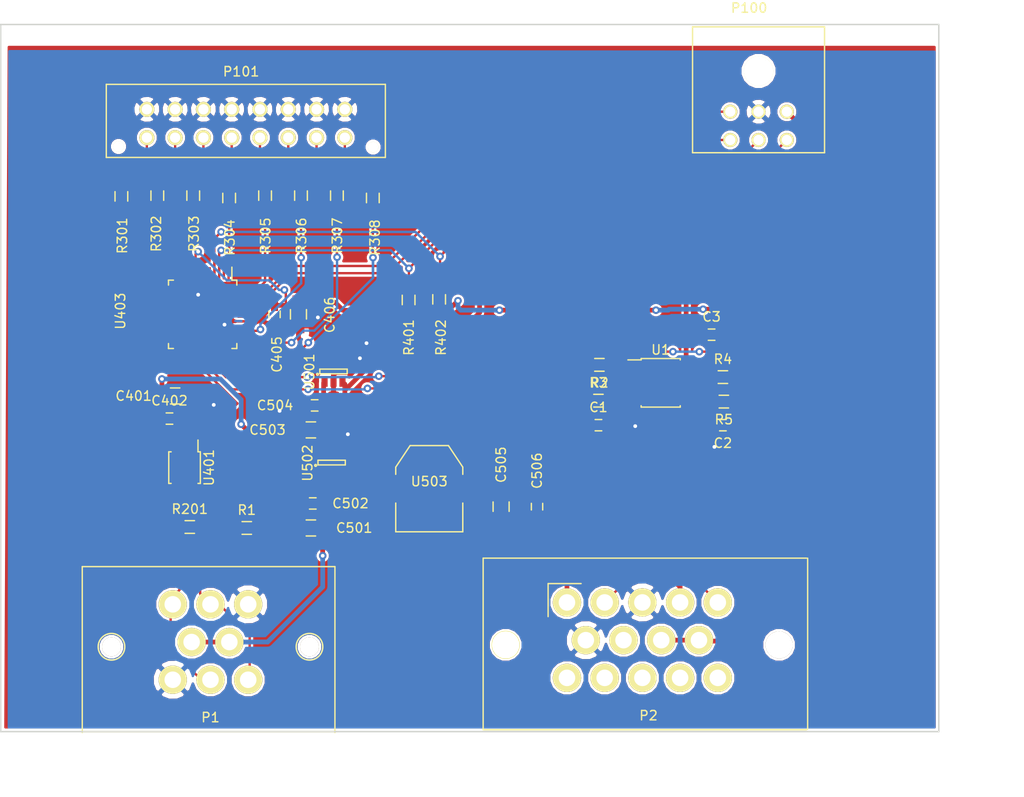
<source format=kicad_pcb>
(kicad_pcb (version 4) (host pcbnew 4.0.1-stable)
  (layers (0 F.Cu signal) (31 B.Cu signal hide) (34 B.Paste user) (35 F.Paste user) (36 B.SilkS user) (37 F.SilkS user) (38 B.Mask user) (39 F.Mask user) (44 Edge.Cuts user))
  (net 0 "")
  (net 1 "Net-(P101-Pad10)")
  (net 2 "Net-(P101-Pad12)")
  (net 3 "Net-(P101-Pad14)")
  (net 4 "Net-(P101-Pad16)")
  (net 5 GND)
  (net 6 +3V3)
  (net 7 /BACK_PANEL/CANH)
  (net 8 /FRONT_PANEL/MCU_RESET_N)
  (net 9 /FRONT_PANEL/MCU_PROG_N)
  (net 10 /FRONT_PANEL/RXD)
  (net 11 /FRONT_PANEL/TXD)
  (net 12 /FRONT_PANEL/LED0)
  (net 13 /FRONT_PANEL/LED2)
  (net 14 /FRONT_PANEL/LED4)
  (net 15 /FRONT_PANEL/LED6)
  (net 16 /FRONT_PANEL/LED1)
  (net 17 /FRONT_PANEL/LED3)
  (net 18 /FRONT_PANEL/LED5)
  (net 19 /FRONT_PANEL/LED7)
  (net 20 /Micro_Controller/PIO0_1)
  (net 21 "Net-(U403-Pad6)")
  (net 22 "Net-(U403-Pad7)")
  (net 23 "Net-(U403-Pad10)")
  (net 24 /Micro_Controller/PIO2_1)
  (net 25 /Micro_Controller/PIO0_3)
  (net 26 /Micro_Controller/PIO0_4)
  (net 27 /Micro_Controller/PIO0_5)
  (net 28 /Micro_Controller/PIO1_9)
  (net 29 /Micro_Controller/PIO2_4)
  (net 30 "Net-(U403-Pad21)")
  (net 31 "Net-(U403-Pad22)")
  (net 32 "Net-(U403-Pad23)")
  (net 33 "Net-(U403-Pad24)")
  (net 34 "Net-(U403-Pad25)")
  (net 35 /Micro_Controller/PIO2_2)
  (net 36 "Net-(U403-Pad27)")
  (net 37 "Net-(U403-Pad28)")
  (net 38 "Net-(U403-Pad29)")
  (net 39 /Micro_Controller/PIO1_10)
  (net 40 "Net-(U403-Pad31)")
  (net 41 /Micro_Controller/PIO1_1)
  (net 42 /Micro_Controller/PIO1_2)
  (net 43 /Micro_Controller/PIO2_3)
  (net 44 /Micro_Controller/PIO1_4)
  (net 45 /Micro_Controller/PIO1_11)
  (net 46 /Micro_Controller/PIO1_5)
  (net 47 "Net-(U501-Pad4)")
  (net 48 "Net-(P101-Pad9)")
  (net 49 "Net-(P101-Pad11)")
  (net 50 "Net-(P101-Pad13)")
  (net 51 "Net-(P101-Pad15)")
  (net 52 +5V)
  (net 53 /BACK_PANEL/CANL)
  (net 54 /Micro_Controller/CAN_RXD)
  (net 55 /Micro_Controller/CAN_TXD)
  (net 56 /Micro_Controller/PIO3_2)
  (net 57 +12V)
  (net 58 "Net-(U502-Pad4)")
  (net 59 "Net-(R1-Pad1)")
  (net 60 "Net-(U401-Pad5)")
  (net 61 VCC)
  (net 62 "Net-(P2-Pad14)")
  (net 63 "Net-(P2-Pad13)")
  (net 64 "Net-(P2-Pad12)")
  (net 65 "Net-(P2-Pad11)")
  (net 66 "Net-(P2-Pad10)")
  (net 67 "Net-(P2-Pad7)")
  (net 68 /Micro_Controller/TPS1_3.3V)
  (net 69 /Micro_Controller/TPS2_3.3V)
  (net 70 "Net-(R2-Pad1)")
  (net 71 "Net-(R4-Pad1)")
  (net 72 /BACK_PANEL/TPS1_5V)
  (net 73 /BACK_PANEL/TPS2_5V)
  (module Connectors_Molex:Connector_Microfit3_Header_02x03_Angled_43045-060x (layer F.Cu) (at 179.88 62.25 180)
    (fp_text reference P100 (at -2 11 180) (layer F.SilkS))
    (fp_text value ISP)
    (pad 1 thru_hole circle (at 0 0 180) (size 1.5 1.5) (drill 1.1) (layers *.Cu *.Mask F.SilkS) (net 11 /FRONT_PANEL/TXD))
    (pad 4 thru_hole circle (at 0 -3 180) (size 1.5 1.5) (drill 1.1) (layers *.Cu *.Mask F.SilkS) (net 10 /FRONT_PANEL/RXD))
    (pad 5 thru_hole circle (at -3 -3 180) (size 1.5 1.5) (drill 1.1) (layers *.Cu *.Mask F.SilkS) (net 8 /FRONT_PANEL/MCU_RESET_N))
    (pad 2 thru_hole circle (at -3 0 180) (size 1.5 1.5) (drill 1.1) (layers *.Cu *.Mask F.SilkS) (net 5 GND))
    (pad 6 thru_hole circle (at -6 -3 180) (size 1.5 1.5) (drill 1.1) (layers *.Cu *.Mask F.SilkS) (net 9 /FRONT_PANEL/MCU_PROG_N))
    (pad 3 thru_hole circle (at -6 0 180) (size 1.5 1.5) (drill 1.1) (layers *.Cu *.Mask F.SilkS) (net 52 +5V))
    (pad "" np_thru_hole circle (at -3 4.32 180) (size 3.1 3.1) (drill 3.1) (layers *.Cu *.Mask F.SilkS))
  )
  (module MITEVT_AUTOMOTIVECON:776280-1 (layer F.Cu) (at 120.75 122.5)
    (fp_text reference P1 (at 4 4) (layer F.SilkS))
    (fp_text value CANCONNECTOR)
    (pad 6 thru_hole circle (at 0 0) (size 3 3) (drill 1.75) (layers *.Cu *.Mask F.SilkS) (net 5 GND))
    (pad 1 thru_hole circle (at 0 -8) (size 3 3) (drill 1.75) (layers *.Cu *.Mask F.SilkS) (net 53 /BACK_PANEL/CANL))
    (pad 2 thru_hole circle (at 4 -8) (size 3 3) (drill 1.75) (layers *.Cu *.Mask F.SilkS) (net 7 /BACK_PANEL/CANH))
    (pad 3 thru_hole circle (at 8 -8) (size 3 3) (drill 1.75) (layers *.Cu *.Mask F.SilkS) (net 5 GND))
    (pad 7 thru_hole circle (at 4 0) (size 3 3) (drill 1.75) (layers *.Cu *.Mask F.SilkS) (net 53 /BACK_PANEL/CANL))
    (pad 8 thru_hole circle (at 8 0) (size 3 3) (drill 1.75) (layers *.Cu *.Mask F.SilkS) (net 7 /BACK_PANEL/CANH))
    (pad 5 thru_hole circle (at 6 -4) (size 3 3) (drill 1.75) (layers *.Cu *.Mask F.SilkS) (net 57 +12V))
    (pad 4 thru_hole circle (at 2 -4) (size 3 3) (drill 1.75) (layers *.Cu *.Mask F.SilkS) (net 57 +12V))
    (pad 9 thru_hole circle (at -6.5 -3.5) (size 2 2) (drill 2) (layers *.Cu *.Mask F.SilkS))
    (pad 10 thru_hole circle (at 14.5 -3.5) (size 2 2) (drill 2) (layers *.Cu *.Mask F.SilkS))
  )
  (module Capacitors_SMD:C_0805_HandSoldering (layer F.Cu) (at 121 92.4)
    (fp_text reference C401 (at -4.4 0) (layer F.SilkS))
    (fp_text value 10uF)
    (pad 1 smd rect (at -1.25 0) (size 1.5 1.25) (layers F.Cu F.Paste F.Mask) (net 52 +5V))
    (pad 2 smd rect (at 1.25 0) (size 1.5 1.25) (layers F.Cu F.Paste F.Mask) (net 5 GND))
  )
  (module Capacitors_SMD:C_0603_HandSoldering (layer F.Cu) (at 131.54 83.74 270)
    (fp_text reference C405 (at 4.26 -0.26 270) (layer F.SilkS))
    (fp_text value 0.1uF)
    (pad 1 smd rect (at -0.95 0 270) (size 1.2 0.75) (layers F.Cu F.Paste F.Mask) (net 6 +3V3))
    (pad 2 smd rect (at 0.95 0 270) (size 1.2 0.75) (layers F.Cu F.Paste F.Mask) (net 5 GND))
  )
  (module Capacitors_SMD:C_0805_HandSoldering (layer F.Cu) (at 134.08 83.74 270)
    (fp_text reference C406 (at 0.06 -3.32 270) (layer F.SilkS))
    (fp_text value 10uF)
    (pad 1 smd rect (at -1.25 0 270) (size 1.5 1.25) (layers F.Cu F.Paste F.Mask) (net 6 +3V3))
    (pad 2 smd rect (at 1.25 0 270) (size 1.5 1.25) (layers F.Cu F.Paste F.Mask) (net 5 GND))
  )
  (module Resistors_SMD:R_0603_HandSoldering (layer F.Cu) (at 122.555 106.299)
    (fp_text reference R201 (at 0 -1.9) (layer F.SilkS))
    (fp_text value R)
    (pad 1 smd rect (at -1.1 0) (size 1.2 0.9) (layers F.Cu F.Paste F.Mask) (net 53 /BACK_PANEL/CANL))
    (pad 2 smd rect (at 1.1 0) (size 1.2 0.9) (layers F.Cu F.Paste F.Mask) (net 7 /BACK_PANEL/CANH))
  )
  (module Resistors_SMD:R_0603_HandSoldering (layer F.Cu) (at 115.3 71.23 90)
    (fp_text reference R301 (at -4.17 0.1 90) (layer F.SilkS))
    (fp_text value 100)
    (pad 1 smd rect (at -1.1 0 90) (size 1.2 0.9) (layers F.Cu F.Paste F.Mask) (net 12 /FRONT_PANEL/LED0))
    (pad 2 smd rect (at 1.1 0 90) (size 1.2 0.9) (layers F.Cu F.Paste F.Mask) (net 48 "Net-(P101-Pad9)"))
  )
  (module Resistors_SMD:R_0603_HandSoldering (layer F.Cu) (at 119.11 71.15 270)
    (fp_text reference R302 (at 4.05 0.11 270) (layer F.SilkS))
    (fp_text value 100)
    (pad 1 smd rect (at -1.1 0 270) (size 1.2 0.9) (layers F.Cu F.Paste F.Mask) (net 1 "Net-(P101-Pad10)"))
    (pad 2 smd rect (at 1.1 0 270) (size 1.2 0.9) (layers F.Cu F.Paste F.Mask) (net 16 /FRONT_PANEL/LED1))
  )
  (module Resistors_SMD:R_0603_HandSoldering (layer F.Cu) (at 122.92 71.15 270)
    (fp_text reference R303 (at 4.05 -0.08 270) (layer F.SilkS))
    (fp_text value 100)
    (pad 1 smd rect (at -1.1 0 270) (size 1.2 0.9) (layers F.Cu F.Paste F.Mask) (net 49 "Net-(P101-Pad11)"))
    (pad 2 smd rect (at 1.1 0 270) (size 1.2 0.9) (layers F.Cu F.Paste F.Mask) (net 13 /FRONT_PANEL/LED2))
  )
  (module Resistors_SMD:R_0603_HandSoldering (layer F.Cu) (at 126.73 71.4 90)
    (fp_text reference R304 (at -4.2 0.07 90) (layer F.SilkS))
    (fp_text value 100)
    (pad 1 smd rect (at -1.1 0 90) (size 1.2 0.9) (layers F.Cu F.Paste F.Mask) (net 17 /FRONT_PANEL/LED3))
    (pad 2 smd rect (at 1.1 0 90) (size 1.2 0.9) (layers F.Cu F.Paste F.Mask) (net 2 "Net-(P101-Pad12)"))
  )
  (module Resistors_SMD:R_0603_HandSoldering (layer F.Cu) (at 130.54 71.15 270)
    (fp_text reference R305 (at 4.25 -0.06 270) (layer F.SilkS))
    (fp_text value 100)
    (pad 1 smd rect (at -1.1 0 270) (size 1.2 0.9) (layers F.Cu F.Paste F.Mask) (net 50 "Net-(P101-Pad13)"))
    (pad 2 smd rect (at 1.1 0 270) (size 1.2 0.9) (layers F.Cu F.Paste F.Mask) (net 14 /FRONT_PANEL/LED4))
  )
  (module Resistors_SMD:R_0603_HandSoldering (layer F.Cu) (at 134.35 71.15 90)
    (fp_text reference R306 (at -4.25 0.05 90) (layer F.SilkS))
    (fp_text value 100)
    (pad 1 smd rect (at -1.1 0 90) (size 1.2 0.9) (layers F.Cu F.Paste F.Mask) (net 18 /FRONT_PANEL/LED5))
    (pad 2 smd rect (at 1.1 0 90) (size 1.2 0.9) (layers F.Cu F.Paste F.Mask) (net 3 "Net-(P101-Pad14)"))
  )
  (module Resistors_SMD:R_0603_HandSoldering (layer F.Cu) (at 138.16 71.15 270)
    (fp_text reference R307 (at 4.25 -0.04 270) (layer F.SilkS))
    (fp_text value 100)
    (pad 1 smd rect (at -1.1 0 270) (size 1.2 0.9) (layers F.Cu F.Paste F.Mask) (net 51 "Net-(P101-Pad15)"))
    (pad 2 smd rect (at 1.1 0 270) (size 1.2 0.9) (layers F.Cu F.Paste F.Mask) (net 15 /FRONT_PANEL/LED6))
  )
  (module Resistors_SMD:R_0603_HandSoldering (layer F.Cu) (at 141.97 71.4 90)
    (fp_text reference R308 (at -4.2 0.23 90) (layer F.SilkS))
    (fp_text value 100)
    (pad 1 smd rect (at -1.1 0 90) (size 1.2 0.9) (layers F.Cu F.Paste F.Mask) (net 19 /FRONT_PANEL/LED7))
    (pad 2 smd rect (at 1.1 0 90) (size 1.2 0.9) (layers F.Cu F.Paste F.Mask) (net 4 "Net-(P101-Pad16)"))
  )
  (module Resistors_SMD:R_0603_HandSoldering (layer F.Cu) (at 145.764 82.216 90)
    (fp_text reference R401 (at -3.984 0.036 90) (layer F.SilkS))
    (fp_text value 10k)
    (pad 1 smd rect (at -1.1 0 90) (size 1.2 0.9) (layers F.Cu F.Paste F.Mask) (net 6 +3V3))
    (pad 2 smd rect (at 1.1 0 90) (size 1.2 0.9) (layers F.Cu F.Paste F.Mask) (net 8 /FRONT_PANEL/MCU_RESET_N))
  )
  (module Resistors_SMD:R_0603_HandSoldering (layer F.Cu) (at 149.0025 82.1525 90)
    (fp_text reference R402 (at -4.0475 0.1975 90) (layer F.SilkS))
    (fp_text value 10k)
    (pad 1 smd rect (at -1.1 0 90) (size 1.2 0.9) (layers F.Cu F.Paste F.Mask) (net 6 +3V3))
    (pad 2 smd rect (at 1.1 0 90) (size 1.2 0.9) (layers F.Cu F.Paste F.Mask) (net 9 /FRONT_PANEL/MCU_PROG_N))
  )
  (module Housings_SSOP:MSOP-8_3x3mm_Pitch0.65mm (layer F.Cu) (at 122 100 270)
    (fp_text reference U401 (at 0 -2.6 270) (layer F.SilkS))
    (fp_text value MCP2551-I/SN)
    (pad 1 smd rect (at -2.2 -0.975 270) (size 1.45 0.45) (layers F.Cu F.Paste F.Mask) (net 55 /Micro_Controller/CAN_TXD))
    (pad 2 smd rect (at -2.2 -0.325 270) (size 1.45 0.45) (layers F.Cu F.Paste F.Mask) (net 5 GND))
    (pad 3 smd rect (at -2.2 0.325 270) (size 1.45 0.45) (layers F.Cu F.Paste F.Mask) (net 52 +5V))
    (pad 4 smd rect (at -2.2 0.975 270) (size 1.45 0.45) (layers F.Cu F.Paste F.Mask) (net 54 /Micro_Controller/CAN_RXD))
    (pad 5 smd rect (at 2.2 0.975 270) (size 1.45 0.45) (layers F.Cu F.Paste F.Mask) (net 60 "Net-(U401-Pad5)"))
    (pad 6 smd rect (at 2.2 0.325 270) (size 1.45 0.45) (layers F.Cu F.Paste F.Mask) (net 53 /BACK_PANEL/CANL))
    (pad 7 smd rect (at 2.2 -0.325 270) (size 1.45 0.45) (layers F.Cu F.Paste F.Mask) (net 7 /BACK_PANEL/CANH))
    (pad 8 smd rect (at 2.2 -0.975 270) (size 1.45 0.45) (layers F.Cu F.Paste F.Mask) (net 59 "Net-(R1-Pad1)"))
  )
  (module Housings_QFP:LQFP-48_7x7mm_Pitch0.5mm (layer F.Cu) (at 123.92 83.74 270)
    (fp_text reference U403 (at -0.34 8.72 270) (layer F.SilkS))
    (fp_text value LPC11C14)
    (pad 1 smd rect (at -4.35 -2.75 270) (size 1.3 0.25) (layers F.Cu F.Paste F.Mask) (net 17 /FRONT_PANEL/LED3))
    (pad 2 smd rect (at -4.35 -2.25 270) (size 1.3 0.25) (layers F.Cu F.Paste F.Mask) (net 20 /Micro_Controller/PIO0_1))
    (pad 3 smd rect (at -4.35 -1.75 270) (size 1.3 0.25) (layers F.Cu F.Paste F.Mask) (net 8 /FRONT_PANEL/MCU_RESET_N))
    (pad 4 smd rect (at -4.35 -1.25 270) (size 1.3 0.25) (layers F.Cu F.Paste F.Mask) (net 9 /FRONT_PANEL/MCU_PROG_N))
    (pad 5 smd rect (at -4.35 -0.75 270) (size 1.3 0.25) (layers F.Cu F.Paste F.Mask) (net 5 GND))
    (pad 6 smd rect (at -4.35 -0.25 270) (size 1.3 0.25) (layers F.Cu F.Paste F.Mask) (net 21 "Net-(U403-Pad6)"))
    (pad 7 smd rect (at -4.35 0.25 270) (size 1.3 0.25) (layers F.Cu F.Paste F.Mask) (net 22 "Net-(U403-Pad7)"))
    (pad 8 smd rect (at -4.35 0.75 270) (size 1.3 0.25) (layers F.Cu F.Paste F.Mask) (net 6 +3V3))
    (pad 9 smd rect (at -4.35 1.25 270) (size 1.3 0.25) (layers F.Cu F.Paste F.Mask) (net 13 /FRONT_PANEL/LED2))
    (pad 10 smd rect (at -4.35 1.75 270) (size 1.3 0.25) (layers F.Cu F.Paste F.Mask) (net 23 "Net-(U403-Pad10)"))
    (pad 11 smd rect (at -4.35 2.25 270) (size 1.3 0.25) (layers F.Cu F.Paste F.Mask) (net 16 /FRONT_PANEL/LED1))
    (pad 12 smd rect (at -4.35 2.75 270) (size 1.3 0.25) (layers F.Cu F.Paste F.Mask) (net 12 /FRONT_PANEL/LED0))
    (pad 13 smd rect (at -2.75 4.35) (size 1.3 0.25) (layers F.Cu F.Paste F.Mask) (net 24 /Micro_Controller/PIO2_1))
    (pad 14 smd rect (at -2.25 4.35) (size 1.3 0.25) (layers F.Cu F.Paste F.Mask) (net 25 /Micro_Controller/PIO0_3))
    (pad 15 smd rect (at -1.75 4.35) (size 1.3 0.25) (layers F.Cu F.Paste F.Mask) (net 26 /Micro_Controller/PIO0_4))
    (pad 16 smd rect (at -1.25 4.35) (size 1.3 0.25) (layers F.Cu F.Paste F.Mask) (net 27 /Micro_Controller/PIO0_5))
    (pad 17 smd rect (at -0.75 4.35) (size 1.3 0.25) (layers F.Cu F.Paste F.Mask) (net 28 /Micro_Controller/PIO1_9))
    (pad 18 smd rect (at -0.25 4.35) (size 1.3 0.25) (layers F.Cu F.Paste F.Mask) (net 29 /Micro_Controller/PIO2_4))
    (pad 19 smd rect (at 0.25 4.35) (size 1.3 0.25) (layers F.Cu F.Paste F.Mask) (net 54 /Micro_Controller/CAN_RXD))
    (pad 20 smd rect (at 0.75 4.35) (size 1.3 0.25) (layers F.Cu F.Paste F.Mask) (net 55 /Micro_Controller/CAN_TXD))
    (pad 21 smd rect (at 1.25 4.35) (size 1.3 0.25) (layers F.Cu F.Paste F.Mask) (net 30 "Net-(U403-Pad21)"))
    (pad 22 smd rect (at 1.75 4.35) (size 1.3 0.25) (layers F.Cu F.Paste F.Mask) (net 31 "Net-(U403-Pad22)"))
    (pad 23 smd rect (at 2.25 4.35) (size 1.3 0.25) (layers F.Cu F.Paste F.Mask) (net 32 "Net-(U403-Pad23)"))
    (pad 24 smd rect (at 2.75 4.35) (size 1.3 0.25) (layers F.Cu F.Paste F.Mask) (net 33 "Net-(U403-Pad24)"))
    (pad 25 smd rect (at 4.35 2.75 270) (size 1.3 0.25) (layers F.Cu F.Paste F.Mask) (net 34 "Net-(U403-Pad25)"))
    (pad 26 smd rect (at 4.35 2.25 270) (size 1.3 0.25) (layers F.Cu F.Paste F.Mask) (net 35 /Micro_Controller/PIO2_2))
    (pad 27 smd rect (at 4.35 1.75 270) (size 1.3 0.25) (layers F.Cu F.Paste F.Mask) (net 36 "Net-(U403-Pad27)"))
    (pad 28 smd rect (at 4.35 1.25 270) (size 1.3 0.25) (layers F.Cu F.Paste F.Mask) (net 37 "Net-(U403-Pad28)"))
    (pad 29 smd rect (at 4.35 0.75 270) (size 1.3 0.25) (layers F.Cu F.Paste F.Mask) (net 38 "Net-(U403-Pad29)"))
    (pad 30 smd rect (at 4.35 0.25 270) (size 1.3 0.25) (layers F.Cu F.Paste F.Mask) (net 39 /Micro_Controller/PIO1_10))
    (pad 31 smd rect (at 4.35 -0.25 270) (size 1.3 0.25) (layers F.Cu F.Paste F.Mask) (net 40 "Net-(U403-Pad31)"))
    (pad 32 smd rect (at 4.35 -0.75 270) (size 1.3 0.25) (layers F.Cu F.Paste F.Mask) (net 68 /Micro_Controller/TPS1_3.3V))
    (pad 33 smd rect (at 4.35 -1.25 270) (size 1.3 0.25) (layers F.Cu F.Paste F.Mask) (net 69 /Micro_Controller/TPS2_3.3V))
    (pad 34 smd rect (at 4.35 -1.75 270) (size 1.3 0.25) (layers F.Cu F.Paste F.Mask) (net 41 /Micro_Controller/PIO1_1))
    (pad 35 smd rect (at 4.35 -2.25 270) (size 1.3 0.25) (layers F.Cu F.Paste F.Mask) (net 42 /Micro_Controller/PIO1_2))
    (pad 36 smd rect (at 4.35 -2.75 270) (size 1.3 0.25) (layers F.Cu F.Paste F.Mask) (net 19 /FRONT_PANEL/LED7))
    (pad 37 smd rect (at 2.75 -4.35) (size 1.3 0.25) (layers F.Cu F.Paste F.Mask) (net 15 /FRONT_PANEL/LED6))
    (pad 38 smd rect (at 2.25 -4.35) (size 1.3 0.25) (layers F.Cu F.Paste F.Mask) (net 43 /Micro_Controller/PIO2_3))
    (pad 39 smd rect (at 1.75 -4.35) (size 1.3 0.25) (layers F.Cu F.Paste F.Mask) (net 18 /FRONT_PANEL/LED5))
    (pad 40 smd rect (at 1.25 -4.35) (size 1.3 0.25) (layers F.Cu F.Paste F.Mask) (net 44 /Micro_Controller/PIO1_4))
    (pad 41 smd rect (at 0.75 -4.35) (size 1.3 0.25) (layers F.Cu F.Paste F.Mask) (net 5 GND))
    (pad 42 smd rect (at 0.25 -4.35) (size 1.3 0.25) (layers F.Cu F.Paste F.Mask) (net 45 /Micro_Controller/PIO1_11))
    (pad 43 smd rect (at -0.25 -4.35) (size 1.3 0.25) (layers F.Cu F.Paste F.Mask) (net 56 /Micro_Controller/PIO3_2))
    (pad 44 smd rect (at -0.75 -4.35) (size 1.3 0.25) (layers F.Cu F.Paste F.Mask) (net 6 +3V3))
    (pad 45 smd rect (at -1.25 -4.35) (size 1.3 0.25) (layers F.Cu F.Paste F.Mask) (net 46 /Micro_Controller/PIO1_5))
    (pad 46 smd rect (at -1.75 -4.35) (size 1.3 0.25) (layers F.Cu F.Paste F.Mask) (net 10 /FRONT_PANEL/RXD))
    (pad 47 smd rect (at -2.25 -4.35) (size 1.3 0.25) (layers F.Cu F.Paste F.Mask) (net 11 /FRONT_PANEL/TXD))
    (pad 48 smd rect (at -2.75 -4.35) (size 1.3 0.25) (layers F.Cu F.Paste F.Mask) (net 14 /FRONT_PANEL/LED4))
  )
  (module Housings_SOT-23_SOT-143_TSOT-6:SOT-23-5 (layer F.Cu) (at 137.8 89.8 90)
    (fp_text reference U501 (at -0.05 -2.55 90) (layer F.SilkS))
    (fp_text value MCP1755-33)
    (pad 1 smd rect (at -1.1 -0.95 90) (size 1.06 0.65) (layers F.Cu F.Paste F.Mask) (net 52 +5V))
    (pad 2 smd rect (at -1.1 0 90) (size 1.06 0.65) (layers F.Cu F.Paste F.Mask) (net 5 GND))
    (pad 3 smd rect (at -1.1 0.95 90) (size 1.06 0.65) (layers F.Cu F.Paste F.Mask) (net 52 +5V))
    (pad 4 smd rect (at 1.1 0.95 90) (size 1.06 0.65) (layers F.Cu F.Paste F.Mask) (net 47 "Net-(U501-Pad4)"))
    (pad 5 smd rect (at 1.1 -0.95 90) (size 1.06 0.65) (layers F.Cu F.Paste F.Mask) (net 6 +3V3))
  )
  (module Housings_SOT-23_SOT-143_TSOT-6:SOT-23-5 (layer F.Cu) (at 137.602 99.465 90)
    (fp_text reference U502 (at -0.05 -2.55 90) (layer F.SilkS))
    (fp_text value MCP1755-5)
    (pad 1 smd rect (at -1.1 -0.95 90) (size 1.06 0.65) (layers F.Cu F.Paste F.Mask) (net 57 +12V))
    (pad 2 smd rect (at -1.1 0 90) (size 1.06 0.65) (layers F.Cu F.Paste F.Mask) (net 5 GND))
    (pad 3 smd rect (at -1.1 0.95 90) (size 1.06 0.65) (layers F.Cu F.Paste F.Mask) (net 57 +12V))
    (pad 4 smd rect (at 1.1 0.95 90) (size 1.06 0.65) (layers F.Cu F.Paste F.Mask) (net 58 "Net-(U502-Pad4)"))
    (pad 5 smd rect (at 1.1 -0.95 90) (size 1.06 0.65) (layers F.Cu F.Paste F.Mask) (net 52 +5V))
  )
  (module Resistors_SMD:R_0603_HandSoldering (layer F.Cu) (at 128.6 106.4)
    (fp_text reference R1 (at 0 -1.9) (layer F.SilkS))
    (fp_text value 20k)
    (pad 1 smd rect (at -1.1 0) (size 1.2 0.9) (layers F.Cu F.Paste F.Mask) (net 59 "Net-(R1-Pad1)"))
    (pad 2 smd rect (at 1.1 0) (size 1.2 0.9) (layers F.Cu F.Paste F.Mask) (net 5 GND))
  )
  (module Capacitors_SMD:C_0805_HandSoldering (layer F.Cu) (at 135.4 106.4)
    (fp_text reference C501 (at 4.6 0) (layer F.SilkS))
    (fp_text value 10μ)
    (pad 1 smd rect (at -1.25 0) (size 1.5 1.25) (layers F.Cu F.Paste F.Mask) (net 5 GND))
    (pad 2 smd rect (at 1.25 0) (size 1.5 1.25) (layers F.Cu F.Paste F.Mask) (net 57 +12V))
  )
  (module Capacitors_SMD:C_0603_HandSoldering (layer F.Cu) (at 135.6 103.8 180)
    (fp_text reference C502 (at -4 0 180) (layer F.SilkS))
    (fp_text value .1μ)
    (pad 1 smd rect (at -0.95 0 180) (size 1.2 0.75) (layers F.Cu F.Paste F.Mask) (net 57 +12V))
    (pad 2 smd rect (at 0.95 0 180) (size 1.2 0.75) (layers F.Cu F.Paste F.Mask) (net 5 GND))
  )
  (module Capacitors_SMD:C_0805_HandSoldering (layer F.Cu) (at 135.4 96 180)
    (fp_text reference C503 (at 4.6 0 180) (layer F.SilkS))
    (fp_text value 10μ)
    (pad 1 smd rect (at -1.25 0 180) (size 1.5 1.25) (layers F.Cu F.Paste F.Mask) (net 52 +5V))
    (pad 2 smd rect (at 1.25 0 180) (size 1.5 1.25) (layers F.Cu F.Paste F.Mask) (net 5 GND))
  )
  (module Capacitors_SMD:C_0603_HandSoldering (layer F.Cu) (at 135.8 93.4 180)
    (fp_text reference C504 (at 4.2 0 180) (layer F.SilkS))
    (fp_text value .1μ)
    (pad 1 smd rect (at -0.95 0 180) (size 1.2 0.75) (layers F.Cu F.Paste F.Mask) (net 52 +5V))
    (pad 2 smd rect (at 0.95 0 180) (size 1.2 0.75) (layers F.Cu F.Paste F.Mask) (net 5 GND))
  )
  (module TO_SOT_Packages_SMD:SOT-223 (layer F.Cu) (at 147.955 102.235)
    (fp_text reference U503 (at 0 -0.762 180) (layer F.SilkS))
    (fp_text value Zsr1000gta)
    (pad 4 smd rect (at 0 -3.302) (size 3.6576 2.032) (layers F.Cu F.Paste F.Mask) (net 5 GND))
    (pad 2 smd rect (at 0 3.302) (size 1.016 2.032) (layers F.Cu F.Paste F.Mask) (net 5 GND))
    (pad 3 smd rect (at 2.286 3.302) (size 1.016 2.032) (layers F.Cu F.Paste F.Mask) (net 61 VCC))
    (pad 1 smd rect (at -2.286 3.302) (size 1.016 2.032) (layers F.Cu F.Paste F.Mask) (net 57 +12V))
  )
  (module Capacitors_SMD:C_0805_HandSoldering (layer F.Cu) (at 155.575 104.14 270)
    (fp_text reference C505 (at -4.445 0 270) (layer F.SilkS))
    (fp_text value 10μ)
    (pad 1 smd rect (at -1.25 0 270) (size 1.5 1.25) (layers F.Cu F.Paste F.Mask) (net 5 GND))
    (pad 2 smd rect (at 1.25 0 270) (size 1.5 1.25) (layers F.Cu F.Paste F.Mask) (net 61 VCC))
  )
  (module Capacitors_SMD:C_0603_HandSoldering (layer F.Cu) (at 159.385 104.14 270)
    (fp_text reference C506 (at -3.81 0 270) (layer F.SilkS))
    (fp_text value .1μ)
    (pad 1 smd rect (at -0.95 0 270) (size 1.2 0.75) (layers F.Cu F.Paste F.Mask) (net 5 GND))
    (pad 2 smd rect (at 0.95 0 270) (size 1.2 0.75) (layers F.Cu F.Paste F.Mask) (net 61 VCC))
  )
  (module MITEVT_AUTOMOTIVECON:776267-1 (layer F.Cu) (at 162.56 114.3)
    (fp_text reference P2 (at 8.65 12) (layer F.SilkS))
    (fp_text value CONN_01X14)
    (pad 16 thru_hole circle (at 22.5 4.5) (size 2.85 2.85) (drill 2.85) (layers *.Cu *.Mask F.SilkS))
    (pad 14 thru_hole circle (at 16 8) (size 3 3) (drill 1.75) (layers *.Cu *.Mask F.SilkS) (net 62 "Net-(P2-Pad14)"))
    (pad 13 thru_hole circle (at 12 8) (size 3 3) (drill 1.75) (layers *.Cu *.Mask F.SilkS) (net 63 "Net-(P2-Pad13)"))
    (pad 12 thru_hole circle (at 8 8) (size 3 3) (drill 1.75) (layers *.Cu *.Mask F.SilkS) (net 64 "Net-(P2-Pad12)"))
    (pad 11 thru_hole circle (at 4 8) (size 3 3) (drill 1.75) (layers *.Cu *.Mask F.SilkS) (net 65 "Net-(P2-Pad11)"))
    (pad 10 thru_hole circle (at 0 8) (size 3 3) (drill 1.75) (layers *.Cu *.Mask F.SilkS) (net 66 "Net-(P2-Pad10)"))
    (pad 9 thru_hole circle (at 14 4) (size 3 3) (drill 1.75) (layers *.Cu *.Mask F.SilkS) (net 6 +3V3))
    (pad 8 thru_hole circle (at 10 4) (size 3 3) (drill 1.75) (layers *.Cu *.Mask F.SilkS) (net 6 +3V3))
    (pad 7 thru_hole circle (at 6 4) (size 3 3) (drill 1.75) (layers *.Cu *.Mask F.SilkS) (net 67 "Net-(P2-Pad7)"))
    (pad 2 thru_hole circle (at 4 0) (size 3 3) (drill 1.75) (layers *.Cu *.Mask F.SilkS) (net 72 /BACK_PANEL/TPS1_5V))
    (pad 5 thru_hole circle (at 16 0) (size 3 3) (drill 1.75) (layers *.Cu *.Mask F.SilkS) (net 73 /BACK_PANEL/TPS2_5V))
    (pad 4 thru_hole circle (at 12 0) (size 3 3) (drill 1.75) (layers *.Cu *.Mask F.SilkS) (net 52 +5V))
    (pad 3 thru_hole circle (at 8 0) (size 3 3) (drill 1.75) (layers *.Cu *.Mask F.SilkS) (net 5 GND))
    (pad 1 thru_hole circle (at 0 0) (size 3 3) (drill 1.75) (layers *.Cu *.Mask F.SilkS) (net 52 +5V))
    (pad 6 thru_hole circle (at 2 4) (size 3 3) (drill 1.75) (layers *.Cu *.Mask F.SilkS) (net 5 GND))
    (pad 15 thru_hole circle (at -6.5 4.5) (size 2.85 2.85) (drill 2.85) (layers *.Cu *.Mask F.SilkS))
  )
  (module Capacitors_SMD:C_0603_HandSoldering (layer F.Cu) (at 120.4 94.8)
    (fp_text reference C402 (at 0 -1.9) (layer F.SilkS))
    (fp_text value 0.1uF)
    (pad 1 smd rect (at -0.95 0) (size 1.2 0.75) (layers F.Cu F.Paste F.Mask) (net 52 +5V))
    (pad 2 smd rect (at 0.95 0) (size 1.2 0.75) (layers F.Cu F.Paste F.Mask) (net 5 GND))
  )
  (module Resistors_SMD:R_0603_HandSoldering (layer F.Cu) (at 166 89.1 180)
    (fp_text reference R2 (at 0 -1.9 180) (layer F.SilkS))
    (fp_text value 33k)
    (pad 1 smd rect (at -1.1 0 180) (size 1.2 0.9) (layers F.Cu F.Paste F.Mask) (net 70 "Net-(R2-Pad1)"))
    (pad 2 smd rect (at 1.1 0 180) (size 1.2 0.9) (layers F.Cu F.Paste F.Mask) (net 68 /Micro_Controller/TPS1_3.3V))
  )
  (module Resistors_SMD:R_0603_HandSoldering (layer F.Cu) (at 165.9 92.9)
    (fp_text reference R3 (at 0 -1.9) (layer F.SilkS))
    (fp_text value 47k)
    (pad 1 smd rect (at -1.1 0) (size 1.2 0.9) (layers F.Cu F.Paste F.Mask) (net 68 /Micro_Controller/TPS1_3.3V))
    (pad 2 smd rect (at 1.1 0) (size 1.2 0.9) (layers F.Cu F.Paste F.Mask) (net 5 GND))
  )
  (module Resistors_SMD:R_0603_HandSoldering (layer F.Cu) (at 179.1 90.4)
    (fp_text reference R4 (at 0 -1.9) (layer F.SilkS))
    (fp_text value 33k)
    (pad 1 smd rect (at -1.1 0) (size 1.2 0.9) (layers F.Cu F.Paste F.Mask) (net 71 "Net-(R4-Pad1)"))
    (pad 2 smd rect (at 1.1 0) (size 1.2 0.9) (layers F.Cu F.Paste F.Mask) (net 69 /Micro_Controller/TPS2_3.3V))
  )
  (module Resistors_SMD:R_0603_HandSoldering (layer F.Cu) (at 179.2 93 180)
    (fp_text reference R5 (at 0 -1.9 180) (layer F.SilkS))
    (fp_text value 47k)
    (pad 1 smd rect (at -1.1 0 180) (size 1.2 0.9) (layers F.Cu F.Paste F.Mask) (net 69 /Micro_Controller/TPS2_3.3V))
    (pad 2 smd rect (at 1.1 0 180) (size 1.2 0.9) (layers F.Cu F.Paste F.Mask) (net 5 GND))
  )
  (module Housings_SOIC:SOIC-8_3.9x4.9mm_Pitch1.27mm (layer F.Cu) (at 172.5 91.005)
    (fp_text reference U1 (at 0 -3.5) (layer F.SilkS))
    (fp_text value LM358N)
    (pad 1 smd rect (at -2.7 -1.905) (size 1.55 0.6) (layers F.Cu F.Paste F.Mask) (net 70 "Net-(R2-Pad1)"))
    (pad 2 smd rect (at -2.7 -0.635) (size 1.55 0.6) (layers F.Cu F.Paste F.Mask) (net 70 "Net-(R2-Pad1)"))
    (pad 3 smd rect (at -2.7 0.635) (size 1.55 0.6) (layers F.Cu F.Paste F.Mask) (net 72 /BACK_PANEL/TPS1_5V))
    (pad 4 smd rect (at -2.7 1.905) (size 1.55 0.6) (layers F.Cu F.Paste F.Mask) (net 5 GND))
    (pad 5 smd rect (at 2.7 1.905) (size 1.55 0.6) (layers F.Cu F.Paste F.Mask) (net 73 /BACK_PANEL/TPS2_5V))
    (pad 6 smd rect (at 2.7 0.635) (size 1.55 0.6) (layers F.Cu F.Paste F.Mask) (net 71 "Net-(R4-Pad1)"))
    (pad 7 smd rect (at 2.7 -0.635) (size 1.55 0.6) (layers F.Cu F.Paste F.Mask) (net 71 "Net-(R4-Pad1)"))
    (pad 8 smd rect (at 2.7 -1.905) (size 1.55 0.6) (layers F.Cu F.Paste F.Mask) (net 52 +5V))
  )
  (module Connectors_Molex:Connector_Microfit3_Header_02x08_Straight_43045-1628 (layer F.Cu) (at 118 62 180)
    (fp_text reference P101 (at -10 4 180) (layer F.SilkS))
    (fp_text value DEBUG_LED)
    (pad "" np_thru_hole circle (at -24 -4 180) (size 1.1 1.1) (drill 1.1) (layers *.Cu *.Mask F.SilkS))
    (pad 1 thru_hole circle (at 0 0 180) (size 1.6 1.6) (drill 1.1) (layers *.Cu *.Mask F.SilkS) (net 5 GND))
    (pad 2 thru_hole circle (at -3 0 180) (size 1.6 1.6) (drill 1.1) (layers *.Cu *.Mask F.SilkS) (net 5 GND))
    (pad 3 thru_hole circle (at -6 0 180) (size 1.6 1.6) (drill 1.1) (layers *.Cu *.Mask F.SilkS) (net 5 GND))
    (pad 4 thru_hole circle (at -9 0 180) (size 1.6 1.6) (drill 1.1) (layers *.Cu *.Mask F.SilkS) (net 5 GND))
    (pad 5 thru_hole circle (at -12 0 180) (size 1.6 1.6) (drill 1.1) (layers *.Cu *.Mask F.SilkS) (net 5 GND))
    (pad 6 thru_hole circle (at -15 0 180) (size 1.6 1.6) (drill 1.1) (layers *.Cu *.Mask F.SilkS) (net 5 GND))
    (pad 7 thru_hole circle (at -18 0 180) (size 1.6 1.6) (drill 1.1) (layers *.Cu *.Mask F.SilkS) (net 5 GND))
    (pad 8 thru_hole circle (at -21 0 180) (size 1.6 1.6) (drill 1.1) (layers *.Cu *.Mask F.SilkS) (net 5 GND))
    (pad 9 thru_hole circle (at 0 -3 180) (size 1.6 1.6) (drill 1.1) (layers *.Cu *.Mask F.SilkS) (net 48 "Net-(P101-Pad9)"))
    (pad 10 thru_hole circle (at -3 -3 180) (size 1.6 1.6) (drill 1.1) (layers *.Cu *.Mask F.SilkS) (net 1 "Net-(P101-Pad10)"))
    (pad 11 thru_hole circle (at -6 -3 180) (size 1.6 1.6) (drill 1.1) (layers *.Cu *.Mask F.SilkS) (net 49 "Net-(P101-Pad11)"))
    (pad 12 thru_hole circle (at -9 -3 180) (size 1.6 1.6) (drill 1.1) (layers *.Cu *.Mask F.SilkS) (net 2 "Net-(P101-Pad12)"))
    (pad 13 thru_hole circle (at -12 -3 180) (size 1.6 1.6) (drill 1.1) (layers *.Cu *.Mask F.SilkS) (net 50 "Net-(P101-Pad13)"))
    (pad 14 thru_hole circle (at -15 -3 180) (size 1.6 1.6) (drill 1.1) (layers *.Cu *.Mask F.SilkS) (net 3 "Net-(P101-Pad14)"))
    (pad 15 thru_hole circle (at -18 -3 180) (size 1.6 1.6) (drill 1.1) (layers *.Cu *.Mask F.SilkS) (net 51 "Net-(P101-Pad15)"))
    (pad 16 thru_hole circle (at -21 -3 180) (size 1.6 1.6) (drill 1.1) (layers *.Cu *.Mask F.SilkS) (net 4 "Net-(P101-Pad16)"))
    (pad "" np_thru_hole circle (at 3 -3.94 180) (size 1.1 1.1) (drill 1.1) (layers *.Cu *.Mask F.SilkS))
  )
  (module Capacitors_SMD:C_0603_HandSoldering (layer F.Cu) (at 165.9 95.5)
    (fp_text reference C1 (at 0 -1.9) (layer F.SilkS))
    (fp_text value 0.1u)
    (pad 1 smd rect (at -0.95 0) (size 1.2 0.75) (layers F.Cu F.Paste F.Mask) (net 68 /Micro_Controller/TPS1_3.3V))
    (pad 2 smd rect (at 0.95 0) (size 1.2 0.75) (layers F.Cu F.Paste F.Mask) (net 5 GND))
  )
  (module Capacitors_SMD:C_0603_HandSoldering (layer F.Cu) (at 179.1 95.5 180)
    (fp_text reference C2 (at 0 -1.9 180) (layer F.SilkS))
    (fp_text value 0.1u)
    (pad 1 smd rect (at -0.95 0 180) (size 1.2 0.75) (layers F.Cu F.Paste F.Mask) (net 69 /Micro_Controller/TPS2_3.3V))
    (pad 2 smd rect (at 0.95 0 180) (size 1.2 0.75) (layers F.Cu F.Paste F.Mask) (net 5 GND))
  )
  (module Capacitors_SMD:C_0603_HandSoldering (layer F.Cu) (at 177.9 85.9)
    (fp_text reference C3 (at 0 -1.9) (layer F.SilkS))
    (fp_text value 0.1u)
    (pad 1 smd rect (at -0.95 0) (size 1.2 0.75) (layers F.Cu F.Paste F.Mask) (net 52 +5V))
    (pad 2 smd rect (at 0.95 0) (size 1.2 0.75) (layers F.Cu F.Paste F.Mask) (net 5 GND))
  )
  (gr_line (start 102.5 128) (end 102.5 53) (layer Edge.Cuts) (width 0.15))
  (gr_line (start 202 53) (end 102.5 53) (layer Edge.Cuts) (width 0.15))
  (gr_line (start 202 128) (end 202 53) (layer Edge.Cuts) (width 0.15))
  (gr_line (start 102.5 128) (end 202 128) (layer Edge.Cuts) (width 0.15))
  (segment (start 127.381 84.455) (end 128.016 84.455) (width 0.25) (layer B.Cu) (net 0))
  (segment (start 119 69) (end 119.11 69.11) (width 0.25) (layer F.Cu) (net 1))
  (segment (start 119.11 69.11) (end 119.11 70.05) (width 0.25) (layer F.Cu) (net 1))
  (segment (start 121 67) (end 119 69) (width 0.25) (layer F.Cu) (net 1))
  (segment (start 121 65) (end 121 67) (width 0.25) (layer F.Cu) (net 1))
  (segment (start 127 68) (end 126.73 68.27) (width 0.25) (layer F.Cu) (net 2))
  (segment (start 126.73 68.27) (end 126.73 70.3) (width 0.25) (layer F.Cu) (net 2))
  (segment (start 127 65) (end 127 68) (width 0.25) (layer F.Cu) (net 2))
  (segment (start 134 69) (end 134.15 69) (width 0.25) (layer F.Cu) (net 3))
  (segment (start 134.15 69) (end 134.35 69.2) (width 0.25) (layer F.Cu) (net 3))
  (segment (start 134.35 69.2) (end 134.35 70.05) (width 0.25) (layer F.Cu) (net 3))
  (segment (start 133 68) (end 134 69) (width 0.25) (layer F.Cu) (net 3))
  (segment (start 133 65) (end 133 68) (width 0.25) (layer F.Cu) (net 3))
  (segment (start 139 65) (end 139 67.18) (width 0.25) (layer F.Cu) (net 4))
  (segment (start 141.97 70.15) (end 141.97 70.3) (width 0.25) (layer F.Cu) (net 4))
  (segment (start 139 67.18) (end 141.97 70.15) (width 0.25) (layer F.Cu) (net 4))
  (segment (start 169.8 92.91) (end 169.8 95.6) (width 0.5) (layer F.Cu) (net 5))
  (via (at 169.8 95.6) (size 0.8) (drill 0.4) (layers F.Cu B.Cu) (net 5))
  (segment (start 178.15 95.5) (end 178.15 97.75) (width 0.5) (layer F.Cu) (net 5))
  (segment (start 178.15 97.75) (end 178.2 97.8) (width 0.5) (layer F.Cu) (net 5))
  (via (at 178.2 97.8) (size 0.8) (drill 0.4) (layers F.Cu B.Cu) (net 5))
  (segment (start 140.6 88.4) (end 140.6 87.5) (width 0.5) (layer B.Cu) (net 5))
  (segment (start 140.6 87.5) (end 141.3 86.8) (width 0.5) (layer B.Cu) (net 5))
  (via (at 141.3 86.8) (size 0.8) (drill 0.4) (layers F.Cu B.Cu) (net 5))
  (segment (start 139.080001 89.919999) (end 140.6 88.4) (width 0.5) (layer F.Cu) (net 5))
  (via (at 140.6 88.4) (size 0.8) (drill 0.4) (layers F.Cu B.Cu) (net 5))
  (segment (start 137.8 90.9) (end 137.8 90.184998) (width 0.5) (layer F.Cu) (net 5))
  (segment (start 137.8 90.184998) (end 138.064999 89.919999) (width 0.5) (layer F.Cu) (net 5))
  (segment (start 138.064999 89.919999) (end 139.080001 89.919999) (width 0.5) (layer F.Cu) (net 5))
  (segment (start 122.25 92.4) (end 124.15 92.4) (width 0.5) (layer F.Cu) (net 5))
  (via (at 125.095 93.345) (size 0.8) (drill 0.4) (layers F.Cu B.Cu) (net 5))
  (segment (start 124.15 92.4) (end 125.095 93.345) (width 0.5) (layer F.Cu) (net 5))
  (segment (start 137.602 100.565) (end 137.602 97.874998) (width 0.25) (layer F.Cu) (net 5))
  (segment (start 137.602 97.874998) (end 139.016998 96.46) (width 0.25) (layer F.Cu) (net 5))
  (segment (start 139.016998 96.46) (end 139.319 96.46) (width 0.25) (layer F.Cu) (net 5))
  (via (at 139.319 96.46) (size 0.8) (drill 0.4) (layers F.Cu B.Cu) (net 5))
  (segment (start 131.54 84.69) (end 133.78 84.69) (width 0.5) (layer F.Cu) (net 5))
  (segment (start 133.78 84.69) (end 134.08 84.99) (width 0.5) (layer F.Cu) (net 5))
  (segment (start 127.017082 84.137082) (end 124.67 81.79) (width 0.25) (layer F.Cu) (net 5))
  (segment (start 127.37 84.49) (end 127.017082 84.137082) (width 0.25) (layer F.Cu) (net 5))
  (segment (start 127.017082 84.137082) (end 126.936918 84.137082) (width 0.25) (layer F.Cu) (net 5))
  (segment (start 126.936918 84.137082) (end 126.238 84.836) (width 0.25) (layer F.Cu) (net 5))
  (via (at 126.238 84.836) (size 0.8) (drill 0.4) (layers F.Cu B.Cu) (net 5))
  (segment (start 128.27 84.49) (end 127.37 84.49) (width 0.25) (layer F.Cu) (net 5))
  (segment (start 124.67 81.79) (end 124.67 80.960711) (width 0.25) (layer F.Cu) (net 5))
  (segment (start 124.67 80.634788) (end 124.67 80.960711) (width 0.25) (layer F.Cu) (net 5))
  (segment (start 124.67 80.960711) (end 124.144289 80.960711) (width 0.25) (layer F.Cu) (net 5))
  (segment (start 124.144289 80.960711) (end 123.444 81.661) (width 0.25) (layer F.Cu) (net 5))
  (via (at 123.444 81.661) (size 0.8) (drill 0.4) (layers F.Cu B.Cu) (net 5))
  (segment (start 124.67 79.39) (end 124.67 80.634788) (width 0.25) (layer F.Cu) (net 5))
  (segment (start 124.67 80.634788) (end 124.67 81.705) (width 0.25) (layer F.Cu) (net 5))
  (segment (start 134.08 84.99) (end 135.218682 84.99) (width 0.5) (layer F.Cu) (net 5))
  (segment (start 135.218682 84.99) (end 136.139341 84.069341) (width 0.5) (layer F.Cu) (net 5))
  (via (at 136.139341 84.069341) (size 0.8) (drill 0.4) (layers F.Cu B.Cu) (net 5))
  (segment (start 124.67 79.39) (end 124.67 80.689) (width 0.25) (layer F.Cu) (net 5))
  (segment (start 134.15 96) (end 132.83 96) (width 0.5) (layer F.Cu) (net 5))
  (via (at 132.08 93.98) (size 0.8) (drill 0.4) (layers F.Cu B.Cu) (net 5))
  (segment (start 132.08 95.25) (end 132.08 93.98) (width 0.5) (layer F.Cu) (net 5))
  (segment (start 132.83 96) (end 132.08 95.25) (width 0.5) (layer F.Cu) (net 5))
  (segment (start 149.0025 83.2525) (end 150.0475 83.2525) (width 0.5) (layer F.Cu) (net 6))
  (via (at 151 82.3) (size 0.8) (drill 0.4) (layers F.Cu B.Cu) (net 6))
  (segment (start 155.4 83.3) (end 151.3 83.3) (width 0.5) (layer B.Cu) (net 6))
  (segment (start 172 83.3) (end 155.4 83.3) (width 0.5) (layer F.Cu) (net 6))
  (via (at 172 83.3) (size 0.8) (drill 0.4) (layers F.Cu B.Cu) (net 6))
  (segment (start 179.8 83.2) (end 177 83.2) (width 0.5) (layer F.Cu) (net 6))
  (segment (start 179.2 118.4) (end 176.66 118.4) (width 0.5) (layer F.Cu) (net 6))
  (segment (start 179.2 118.4) (end 182.8 114.8) (width 0.5) (layer F.Cu) (net 6))
  (segment (start 182.8 114.8) (end 182.8 86.2) (width 0.5) (layer F.Cu) (net 6))
  (segment (start 182.8 86.2) (end 179.8 83.2) (width 0.5) (layer F.Cu) (net 6))
  (segment (start 177 83.2) (end 173.4 83.2) (width 0.5) (layer B.Cu) (net 6))
  (segment (start 173.4 83.2) (end 173.3 83.3) (width 0.5) (layer B.Cu) (net 6))
  (segment (start 173.3 83.3) (end 172.8 83.3) (width 0.5) (layer B.Cu) (net 6))
  (via (at 177 83.2) (size 0.8) (drill 0.4) (layers F.Cu B.Cu) (net 6))
  (segment (start 172 83.3) (end 172.8 83.3) (width 0.5) (layer B.Cu) (net 6))
  (via (at 155.4 83.3) (size 0.8) (drill 0.4) (layers F.Cu B.Cu) (net 6))
  (segment (start 151.3 83.3) (end 151 83) (width 0.5) (layer B.Cu) (net 6))
  (segment (start 151 82.3) (end 151 83) (width 0.5) (layer B.Cu) (net 6))
  (segment (start 150.0475 83.2525) (end 151 82.3) (width 0.5) (layer F.Cu) (net 6))
  (segment (start 176.56 118.3) (end 176.66 118.4) (width 0.5) (layer F.Cu) (net 6))
  (segment (start 172.56 118.3) (end 176.56 118.3) (width 0.5) (layer F.Cu) (net 6))
  (segment (start 141 85.2) (end 141 85.2) (width 0.5) (layer F.Cu) (net 6))
  (segment (start 141 85.2) (end 140.35 85.2) (width 0.5) (layer F.Cu) (net 6))
  (segment (start 141 83.316) (end 141 85.2) (width 0.5) (layer F.Cu) (net 6))
  (segment (start 140.35 85.2) (end 136.85 88.7) (width 0.5) (layer F.Cu) (net 6))
  (segment (start 138.75 83.251) (end 138.815 83.316) (width 0.5) (layer F.Cu) (net 6))
  (segment (start 137.989 82.49) (end 134.08 82.49) (width 0.5) (layer F.Cu) (net 6))
  (segment (start 138.75 83.251) (end 137.989 82.49) (width 0.5) (layer F.Cu) (net 6))
  (segment (start 138.815 83.316) (end 141 83.316) (width 0.5) (layer F.Cu) (net 6))
  (segment (start 141 83.316) (end 145.764 83.316) (width 0.5) (layer F.Cu) (net 6))
  (segment (start 123.444 77.089) (end 123.17 77.363) (width 0.25) (layer F.Cu) (net 6))
  (segment (start 123.17 77.363) (end 123.17 79.39) (width 0.25) (layer F.Cu) (net 6))
  (segment (start 131.006315 80.137) (end 126.492 80.137) (width 0.25) (layer B.Cu) (net 6))
  (segment (start 126.492 80.137) (end 123.444 77.089) (width 0.25) (layer B.Cu) (net 6))
  (via (at 123.444 77.089) (size 0.8) (drill 0.4) (layers F.Cu B.Cu) (net 6))
  (segment (start 132.588 81.153) (end 132.022315 81.153) (width 0.25) (layer B.Cu) (net 6))
  (segment (start 132.022315 81.153) (end 131.006315 80.137) (width 0.25) (layer B.Cu) (net 6))
  (segment (start 132.740853 82.79) (end 133.78 82.79) (width 0.5) (layer F.Cu) (net 6))
  (segment (start 131.54 82.79) (end 132.740853 82.79) (width 0.5) (layer F.Cu) (net 6))
  (segment (start 132.740853 82.79) (end 132.740853 81.305853) (width 0.25) (layer F.Cu) (net 6))
  (segment (start 132.740853 81.305853) (end 132.588 81.153) (width 0.25) (layer F.Cu) (net 6))
  (via (at 132.588 81.153) (size 0.8) (drill 0.4) (layers F.Cu B.Cu) (net 6))
  (segment (start 129.17 82.99) (end 130.465 82.99) (width 0.25) (layer F.Cu) (net 6))
  (segment (start 130.465 82.99) (end 130.665 82.79) (width 0.5) (layer F.Cu) (net 6))
  (segment (start 130.665 82.79) (end 131.54 82.79) (width 0.5) (layer F.Cu) (net 6))
  (segment (start 145.764 83.316) (end 148.939 83.316) (width 0.5) (layer F.Cu) (net 6))
  (segment (start 148.939 83.316) (end 149.0025 83.2525) (width 0.5) (layer F.Cu) (net 6))
  (segment (start 131.47 82.79) (end 131.54 82.79) (width 0.5) (layer F.Cu) (net 6))
  (segment (start 128.27 82.99) (end 129.17 82.99) (width 0.25) (layer F.Cu) (net 6))
  (segment (start 133.78 82.79) (end 134.08 82.49) (width 0.5) (layer F.Cu) (net 6))
  (segment (start 122.325 102.2) (end 122.325 104.969) (width 0.25) (layer F.Cu) (net 7))
  (segment (start 122.325 104.969) (end 123.655 106.299) (width 0.25) (layer F.Cu) (net 7))
  (segment (start 123.655 108.585) (end 123.655 106.72441) (width 0.25) (layer F.Cu) (net 7))
  (segment (start 124.75 114.463) (end 123.655 113.368) (width 0.25) (layer F.Cu) (net 7))
  (segment (start 123.655 113.368) (end 123.655 108.585) (width 0.25) (layer F.Cu) (net 7))
  (segment (start 124.75 114.5) (end 124.75 114.463) (width 0.25) (layer F.Cu) (net 7))
  (segment (start 124.75 114.5) (end 125.676 114.5) (width 0.25) (layer F.Cu) (net 7))
  (segment (start 125.676 114.5) (end 128.905 117.729) (width 0.25) (layer F.Cu) (net 7))
  (segment (start 128.905 117.729) (end 128.905 122.345) (width 0.25) (layer F.Cu) (net 7))
  (segment (start 128.905 122.345) (end 128.75 122.5) (width 0.25) (layer F.Cu) (net 7))
  (segment (start 157.353 67.31) (end 180.82 67.31) (width 0.25) (layer F.Cu) (net 8))
  (segment (start 180.82 67.31) (end 182.88 65.25) (width 0.25) (layer F.Cu) (net 8))
  (segment (start 145.796 78.867) (end 157.353 67.31) (width 0.25) (layer F.Cu) (net 8))
  (segment (start 145.796 78.867) (end 145.796 81.084) (width 0.25) (layer F.Cu) (net 8))
  (segment (start 145.796 81.084) (end 145.764 81.116) (width 0.25) (layer F.Cu) (net 8))
  (segment (start 143.883424 76.954424) (end 145.796 78.867) (width 0.25) (layer B.Cu) (net 8))
  (via (at 145.796 78.867) (size 0.8) (drill 0.4) (layers F.Cu B.Cu) (net 8))
  (segment (start 125.87999 76.954424) (end 143.883424 76.954424) (width 0.25) (layer B.Cu) (net 8))
  (segment (start 145.74066 81.09266) (end 145.764 81.116) (width 0.25) (layer F.Cu) (net 8))
  (segment (start 125.67 79.39) (end 125.67 77.164414) (width 0.25) (layer F.Cu) (net 8))
  (segment (start 125.67 77.164414) (end 125.87999 76.954424) (width 0.25) (layer F.Cu) (net 8))
  (via (at 125.87999 76.954424) (size 0.8) (drill 0.4) (layers F.Cu B.Cu) (net 8))
  (segment (start 157.607 67.945) (end 183.185 67.945) (width 0.25) (layer F.Cu) (net 9))
  (segment (start 183.185 67.945) (end 185.88 65.25) (width 0.25) (layer F.Cu) (net 9))
  (segment (start 149.497999 76.054001) (end 157.607 67.945) (width 0.25) (layer F.Cu) (net 9))
  (segment (start 149.098 77.597) (end 149.497999 77.197001) (width 0.25) (layer F.Cu) (net 9))
  (segment (start 149.497999 77.197001) (end 149.497999 76.054001) (width 0.25) (layer F.Cu) (net 9))
  (segment (start 149.098 77.597) (end 149.098 80.957) (width 0.25) (layer F.Cu) (net 9))
  (segment (start 149.098 80.957) (end 149.0025 81.0525) (width 0.25) (layer F.Cu) (net 9))
  (segment (start 146.501 75) (end 149.098 77.597) (width 0.25) (layer B.Cu) (net 9))
  (via (at 149.098 77.597) (size 0.8) (drill 0.4) (layers F.Cu B.Cu) (net 9))
  (segment (start 145.485 75) (end 146.501 75) (width 0.25) (layer B.Cu) (net 9))
  (segment (start 125.87999 75) (end 145.485 75) (width 0.25) (layer B.Cu) (net 9))
  (segment (start 149.0025 81.0525) (end 149.3775 81.0525) (width 0.5) (layer F.Cu) (net 9))
  (segment (start 149.0025 81.0525) (end 149.0025 80.9025) (width 0.5) (layer F.Cu) (net 9))
  (segment (start 149.0025 80.7325) (end 149.0025 81.0525) (width 0.25) (layer F.Cu) (net 9))
  (segment (start 125.17 79.39) (end 125.17 78.49) (width 0.25) (layer F.Cu) (net 9))
  (segment (start 125.17 78.49) (end 125.154989 78.474989) (width 0.25) (layer F.Cu) (net 9))
  (segment (start 125.154989 78.474989) (end 125.154989 75.725001) (width 0.25) (layer F.Cu) (net 9))
  (segment (start 125.154989 75.725001) (end 125.87999 75) (width 0.25) (layer F.Cu) (net 9))
  (via (at 125.87999 75) (size 0.8) (drill 0.4) (layers F.Cu B.Cu) (net 9))
  (segment (start 128.27 81.99) (end 130.677998 81.99) (width 0.25) (layer F.Cu) (net 10))
  (segment (start 130.677998 81.99) (end 133.292998 79.375) (width 0.25) (layer F.Cu) (net 10))
  (segment (start 133.292998 79.375) (end 143.637 79.375) (width 0.25) (layer F.Cu) (net 10))
  (segment (start 143.637 79.375) (end 157.762 65.25) (width 0.25) (layer F.Cu) (net 10))
  (segment (start 157.762 65.25) (end 179.88 65.25) (width 0.25) (layer F.Cu) (net 10))
  (segment (start 128.27 81.49) (end 130.541588 81.49) (width 0.25) (layer F.Cu) (net 11))
  (segment (start 130.541588 81.49) (end 133.418588 78.613) (width 0.25) (layer F.Cu) (net 11))
  (segment (start 133.418588 78.613) (end 143.256 78.613) (width 0.25) (layer F.Cu) (net 11))
  (segment (start 143.256 78.613) (end 159.619 62.25) (width 0.25) (layer F.Cu) (net 11))
  (segment (start 159.619 62.25) (end 179.88 62.25) (width 0.25) (layer F.Cu) (net 11))
  (segment (start 119.761 75.565) (end 121.17 76.974) (width 0.25) (layer F.Cu) (net 12))
  (segment (start 121.17 76.974) (end 121.17 79.39) (width 0.25) (layer F.Cu) (net 12))
  (segment (start 117.685 75.565) (end 119.761 75.565) (width 0.25) (layer F.Cu) (net 12))
  (segment (start 115.3 72.33) (end 115.3 73.18) (width 0.25) (layer F.Cu) (net 12))
  (segment (start 115.3 73.18) (end 117.685 75.565) (width 0.25) (layer F.Cu) (net 12))
  (segment (start 122.92 72.25) (end 122.92 73.1) (width 0.25) (layer F.Cu) (net 13))
  (segment (start 122.92 73.1) (end 122.67 73.35) (width 0.25) (layer F.Cu) (net 13))
  (segment (start 122.67 78.49) (end 122.67 79.39) (width 0.25) (layer F.Cu) (net 13))
  (segment (start 122.67 73.35) (end 122.67 78.49) (width 0.25) (layer F.Cu) (net 13))
  (segment (start 130.54 80.28) (end 129.83 80.99) (width 0.25) (layer F.Cu) (net 14))
  (segment (start 129.83 80.99) (end 128.27 80.99) (width 0.25) (layer F.Cu) (net 14))
  (segment (start 130.54 72.25) (end 130.54 80.28) (width 0.25) (layer F.Cu) (net 14))
  (segment (start 128.27 80.99) (end 128.795 80.99) (width 0.25) (layer F.Cu) (net 14))
  (segment (start 130.429 86.741) (end 130.178 86.49) (width 0.25) (layer F.Cu) (net 15))
  (segment (start 130.178 86.49) (end 128.27 86.49) (width 0.25) (layer F.Cu) (net 15))
  (segment (start 133.35 86.741) (end 130.429 86.741) (width 0.25) (layer F.Cu) (net 15))
  (segment (start 138.176 77.679434) (end 138.176 83.058) (width 0.25) (layer B.Cu) (net 15))
  (segment (start 138.176 83.058) (end 135.763 85.471) (width 0.25) (layer B.Cu) (net 15))
  (segment (start 135.763 85.471) (end 134.62 85.471) (width 0.25) (layer B.Cu) (net 15))
  (segment (start 134.62 85.471) (end 133.35 86.741) (width 0.25) (layer B.Cu) (net 15))
  (via (at 133.35 86.741) (size 0.8) (drill 0.4) (layers F.Cu B.Cu) (net 15))
  (segment (start 138.16 72.25) (end 138.16 77.663434) (width 0.25) (layer F.Cu) (net 15))
  (segment (start 138.16 77.663434) (end 138.176 77.679434) (width 0.25) (layer F.Cu) (net 15))
  (via (at 138.176 77.679434) (size 0.8) (drill 0.4) (layers F.Cu B.Cu) (net 15))
  (segment (start 128.27 86.49) (end 128.795 86.49) (width 0.25) (layer F.Cu) (net 15))
  (segment (start 119.126 74.041) (end 121.67 76.585) (width 0.25) (layer F.Cu) (net 16))
  (segment (start 121.67 76.585) (end 121.67 79.39) (width 0.25) (layer F.Cu) (net 16))
  (segment (start 119.126 72.416) (end 119.126 74.041) (width 0.25) (layer F.Cu) (net 16))
  (segment (start 119.11 72.25) (end 119.11 72.4) (width 0.25) (layer F.Cu) (net 16))
  (segment (start 119.11 72.4) (end 119.126 72.416) (width 0.25) (layer F.Cu) (net 16))
  (segment (start 126.73 72.5) (end 126.73 79.33) (width 0.25) (layer F.Cu) (net 17))
  (segment (start 126.73 79.33) (end 126.67 79.39) (width 0.25) (layer F.Cu) (net 17))
  (segment (start 130.048 85.344) (end 129.902 85.49) (width 0.25) (layer F.Cu) (net 18))
  (segment (start 129.902 85.49) (end 128.27 85.49) (width 0.25) (layer F.Cu) (net 18))
  (segment (start 134.366 77.724) (end 134.366 80.448002) (width 0.25) (layer B.Cu) (net 18))
  (via (at 130.048 85.344) (size 0.8) (drill 0.4) (layers F.Cu B.Cu) (net 18))
  (segment (start 134.366 80.448002) (end 130.048 84.766002) (width 0.25) (layer B.Cu) (net 18))
  (segment (start 130.048 84.766002) (end 130.048 85.344) (width 0.25) (layer B.Cu) (net 18))
  (segment (start 134.35 72.25) (end 134.35 77.708) (width 0.25) (layer F.Cu) (net 18))
  (segment (start 134.35 77.708) (end 134.366 77.724) (width 0.25) (layer F.Cu) (net 18))
  (via (at 134.366 77.724) (size 0.8) (drill 0.4) (layers F.Cu B.Cu) (net 18))
  (segment (start 135.128 86.741) (end 133.779 88.09) (width 0.25) (layer F.Cu) (net 19))
  (segment (start 133.779 88.09) (end 126.67 88.09) (width 0.25) (layer F.Cu) (net 19))
  (segment (start 135.128 86.741) (end 135.94799 85.92101) (width 0.25) (layer B.Cu) (net 19))
  (segment (start 135.94799 85.92101) (end 135.949401 85.921009) (width 0.25) (layer B.Cu) (net 19))
  (segment (start 135.949401 85.921009) (end 141.986 79.88441) (width 0.25) (layer B.Cu) (net 19))
  (segment (start 141.986 79.88441) (end 141.986 78.289685) (width 0.25) (layer B.Cu) (net 19))
  (segment (start 141.986 78.289685) (end 141.986 77.724) (width 0.25) (layer B.Cu) (net 19))
  (segment (start 141.986 77.724) (end 141.986 79.883) (width 0.25) (layer B.Cu) (net 19))
  (via (at 135.128 86.741) (size 0.8) (drill 0.4) (layers F.Cu B.Cu) (net 19))
  (segment (start 141.97 72.5) (end 141.97 77.708) (width 0.25) (layer F.Cu) (net 19))
  (segment (start 141.97 77.708) (end 141.986 77.724) (width 0.25) (layer F.Cu) (net 19))
  (via (at 141.986 77.724) (size 0.8) (drill 0.4) (layers F.Cu B.Cu) (net 19))
  (segment (start 116 69) (end 116 69.28) (width 0.25) (layer F.Cu) (net 48))
  (segment (start 116 69.28) (end 115.3 69.98) (width 0.25) (layer F.Cu) (net 48))
  (segment (start 115.3 69.98) (end 115.3 70.13) (width 0.25) (layer F.Cu) (net 48))
  (segment (start 118 67) (end 116 69) (width 0.25) (layer F.Cu) (net 48))
  (segment (start 118 65) (end 118 67) (width 0.25) (layer F.Cu) (net 48))
  (segment (start 124 67) (end 122.92 68.08) (width 0.25) (layer F.Cu) (net 49))
  (segment (start 122.92 68.08) (end 122.92 70.05) (width 0.25) (layer F.Cu) (net 49))
  (segment (start 124 65) (end 124 67) (width 0.25) (layer F.Cu) (net 49))
  (segment (start 130 68) (end 130.54 68.54) (width 0.25) (layer F.Cu) (net 50))
  (segment (start 130.54 68.54) (end 130.54 70.05) (width 0.25) (layer F.Cu) (net 50))
  (segment (start 130 65) (end 130 68) (width 0.25) (layer F.Cu) (net 50))
  (segment (start 137 69) (end 137.26 69) (width 0.25) (layer F.Cu) (net 51))
  (segment (start 137.26 69) (end 138.16 69.9) (width 0.25) (layer F.Cu) (net 51))
  (segment (start 138.16 69.9) (end 138.16 70.05) (width 0.25) (layer F.Cu) (net 51))
  (segment (start 136 68) (end 137 69) (width 0.25) (layer F.Cu) (net 51))
  (segment (start 136 65) (end 136 68) (width 0.25) (layer F.Cu) (net 51))
  (segment (start 176.95 85.9) (end 175.2 85.9) (width 0.5) (layer F.Cu) (net 52))
  (segment (start 175.1 86) (end 175.2 86) (width 0.5) (layer F.Cu) (net 52))
  (segment (start 175.2 85.9) (end 175.1 86) (width 0.5) (layer F.Cu) (net 52))
  (segment (start 137.8 93.4) (end 161.3 93.4) (width 0.5) (layer F.Cu) (net 52))
  (segment (start 162.56 94.66) (end 162.56 114.3) (width 0.5) (layer F.Cu) (net 52))
  (segment (start 161.3 93.4) (end 162.56 94.66) (width 0.5) (layer F.Cu) (net 52))
  (segment (start 175.2 79.3) (end 185.666 68.834) (width 0.5) (layer F.Cu) (net 52))
  (segment (start 175.2 89.1) (end 175.2 86) (width 0.5) (layer F.Cu) (net 52))
  (segment (start 175.2 86) (end 175.2 79.3) (width 0.5) (layer F.Cu) (net 52))
  (segment (start 185.666 68.834) (end 185.801 68.834) (width 0.5) (layer F.Cu) (net 52))
  (segment (start 174.56 112.66) (end 174.56 114.3) (width 0.5) (layer F.Cu) (net 52))
  (segment (start 173.5 111.6) (end 174.56 112.66) (width 0.5) (layer F.Cu) (net 52))
  (segment (start 173.5 89.4) (end 173.5 111.6) (width 0.5) (layer F.Cu) (net 52))
  (segment (start 173.2 89.1) (end 173.5 89.4) (width 0.5) (layer F.Cu) (net 52))
  (segment (start 175.2 89.1) (end 173.2 89.1) (width 0.5) (layer F.Cu) (net 52))
  (segment (start 142 88.6) (end 142 88.8) (width 0.5) (layer F.Cu) (net 52))
  (segment (start 142 88.8) (end 139 91.8) (width 0.5) (layer F.Cu) (net 52))
  (segment (start 142 88.124) (end 142 88.6) (width 0.5) (layer F.Cu) (net 52))
  (segment (start 141.986 88.138) (end 144.272 85.852) (width 0.5) (layer F.Cu) (net 52))
  (segment (start 144.272 85.852) (end 151.003 85.852) (width 0.5) (layer F.Cu) (net 52))
  (segment (start 151.003 85.852) (end 153.289 83.566) (width 0.5) (layer F.Cu) (net 52))
  (segment (start 153.289 83.566) (end 153.289 73.787) (width 0.5) (layer F.Cu) (net 52))
  (segment (start 153.289 73.787) (end 158.242 68.834) (width 0.5) (layer F.Cu) (net 52))
  (segment (start 158.242 68.834) (end 185.666 68.834) (width 0.5) (layer F.Cu) (net 52))
  (segment (start 142 88.124) (end 141.986 88.138) (width 0.25) (layer F.Cu) (net 52))
  (segment (start 185.801 68.834) (end 188.595 66.04) (width 0.5) (layer F.Cu) (net 52))
  (segment (start 185.88 62.25) (end 188.595 64.965) (width 0.5) (layer F.Cu) (net 52))
  (segment (start 188.595 66.04) (end 188.595 64.965) (width 0.5) (layer F.Cu) (net 52))
  (segment (start 136.75 93.4) (end 136.75 91) (width 0.5) (layer F.Cu) (net 52))
  (segment (start 136.75 93.4) (end 137.8 93.4) (width 0.5) (layer F.Cu) (net 52))
  (segment (start 136.65 96) (end 136.65 93.5) (width 0.5) (layer F.Cu) (net 52))
  (segment (start 136.65 93.5) (end 136.75 93.4) (width 0.5) (layer F.Cu) (net 52))
  (segment (start 136.652 98.365) (end 136.652 96.002) (width 0.5) (layer F.Cu) (net 52))
  (segment (start 136.652 96.002) (end 136.65 96) (width 0.5) (layer F.Cu) (net 52))
  (segment (start 138.6 92.6) (end 139 92.2) (width 0.5) (layer F.Cu) (net 52))
  (segment (start 139 92.2) (end 139 91.8) (width 0.5) (layer F.Cu) (net 52))
  (segment (start 139 91.8) (end 139 91.15) (width 0.5) (layer F.Cu) (net 52))
  (segment (start 139 91.15) (end 138.75 90.9) (width 0.5) (layer F.Cu) (net 52))
  (segment (start 136.652 98.365) (end 130.965 98.365) (width 0.5) (layer F.Cu) (net 52))
  (segment (start 126.6 91.4) (end 125.8 90.6) (width 0.5) (layer B.Cu) (net 52))
  (segment (start 128 92.8) (end 126.6 91.4) (width 0.5) (layer B.Cu) (net 52))
  (segment (start 128 95.4) (end 129.435 96.835) (width 0.5) (layer F.Cu) (net 52))
  (via (at 128 95.4) (size 0.8) (drill 0.4) (layers F.Cu B.Cu) (net 52))
  (segment (start 128 95.4) (end 128 92.8) (width 0.5) (layer B.Cu) (net 52))
  (via (at 119.6 90.6) (size 0.8) (drill 0.4) (layers F.Cu B.Cu) (net 52))
  (segment (start 125.8 90.6) (end 119.6 90.6) (width 0.5) (layer B.Cu) (net 52))
  (segment (start 130.965 98.365) (end 129.435 96.835) (width 0.5) (layer F.Cu) (net 52))
  (segment (start 137.8 93.4) (end 138.6 92.6) (width 0.5) (layer F.Cu) (net 52))
  (segment (start 138.6 92.6) (end 138.55 92.65) (width 0.5) (layer F.Cu) (net 52))
  (segment (start 120.2 96) (end 119.65 95.45) (width 0.25) (layer F.Cu) (net 52))
  (segment (start 119.65 95.45) (end 119.65 94.975008) (width 0.25) (layer F.Cu) (net 52))
  (segment (start 120.85 96) (end 120.2 96) (width 0.25) (layer F.Cu) (net 52))
  (segment (start 121.675 97.8) (end 121.675 96.825) (width 0.25) (layer F.Cu) (net 52))
  (segment (start 121.675 96.825) (end 120.85 96) (width 0.25) (layer F.Cu) (net 52))
  (segment (start 119.75 92.4) (end 119.75 94.7) (width 0.5) (layer F.Cu) (net 52))
  (segment (start 119.75 94.7) (end 119.65 94.8) (width 0.5) (layer F.Cu) (net 52))
  (segment (start 119.6 90.6) (end 119.6 92.25) (width 0.5) (layer F.Cu) (net 52))
  (segment (start 119.6 92.25) (end 119.75 92.4) (width 0.5) (layer F.Cu) (net 52))
  (segment (start 119.6 90.6) (end 119.55 90.65) (width 0.5) (layer F.Cu) (net 52))
  (segment (start 121.675 102.2) (end 121.675 106.079) (width 0.25) (layer F.Cu) (net 53))
  (segment (start 121.675 106.079) (end 121.455 106.299) (width 0.25) (layer F.Cu) (net 53))
  (segment (start 121.455 108.458) (end 121.455 106.299) (width 0.25) (layer F.Cu) (net 53))
  (segment (start 121.455 108.585) (end 121.455 108.458) (width 0.25) (layer F.Cu) (net 53))
  (segment (start 121.455 108.458) (end 121.455 108.288) (width 0.25) (layer F.Cu) (net 53))
  (segment (start 120.75 113.692) (end 121.455 112.987) (width 0.25) (layer F.Cu) (net 53))
  (segment (start 121.455 112.987) (end 121.455 108.585) (width 0.25) (layer F.Cu) (net 53))
  (segment (start 120.75 114.5) (end 120.75 113.692) (width 0.25) (layer F.Cu) (net 53))
  (segment (start 124.75 122.5) (end 123.77 122.5) (width 0.25) (layer F.Cu) (net 53))
  (segment (start 123.77 122.5) (end 120.904 119.634) (width 0.25) (layer F.Cu) (net 53))
  (segment (start 120.904 119.634) (end 120.523 119.253) (width 0.25) (layer F.Cu) (net 53))
  (segment (start 120.523 119.253) (end 120.523 114.727) (width 0.25) (layer F.Cu) (net 53))
  (segment (start 120.523 114.727) (end 120.75 114.5) (width 0.25) (layer F.Cu) (net 53))
  (segment (start 115.210295 86.210295) (end 114.989705 86.210295) (width 0.25) (layer F.Cu) (net 54))
  (segment (start 112.4 92.6) (end 115.4 95.6) (width 0.25) (layer F.Cu) (net 54))
  (segment (start 112.4 88.8) (end 112.4 92.6) (width 0.25) (layer F.Cu) (net 54))
  (segment (start 114.989705 86.210295) (end 112.4 88.8) (width 0.25) (layer F.Cu) (net 54))
  (segment (start 117.6 97.8) (end 121.025 97.8) (width 0.25) (layer F.Cu) (net 54))
  (segment (start 115.4 95.6) (end 117.6 97.8) (width 0.25) (layer F.Cu) (net 54))
  (segment (start 115.2 95.4) (end 115.4 95.6) (width 0.25) (layer F.Cu) (net 54))
  (segment (start 121 97.775) (end 121.025 97.8) (width 0.25) (layer F.Cu) (net 54))
  (segment (start 119.57 83.99) (end 117.43059 83.99) (width 0.25) (layer F.Cu) (net 54))
  (segment (start 117.43059 83.99) (end 115.210295 86.210295) (width 0.25) (layer F.Cu) (net 54))
  (segment (start 115.210295 86.210295) (end 115.189 86.23159) (width 0.25) (layer F.Cu) (net 54))
  (segment (start 119.524002 83.994) (end 119.57 84.039998) (width 0.25) (layer F.Cu) (net 54))
  (segment (start 119.57 84.039998) (end 119.57 83.99) (width 0.25) (layer F.Cu) (net 54))
  (segment (start 115.8285 86.2285) (end 115.8285 86.3715) (width 0.25) (layer F.Cu) (net 55))
  (segment (start 119.157 89.7) (end 124.1 89.7) (width 0.25) (layer F.Cu) (net 55))
  (segment (start 115.8285 86.3715) (end 119.157 89.7) (width 0.25) (layer F.Cu) (net 55))
  (segment (start 124.8 96) (end 124.8 95.975) (width 0.25) (layer F.Cu) (net 55))
  (segment (start 124.1 89.7) (end 127.6 93.2) (width 0.25) (layer F.Cu) (net 55))
  (segment (start 127.6 93.2) (end 127.6 93.2) (width 0.25) (layer F.Cu) (net 55))
  (segment (start 127.6 93.2) (end 124.8 96) (width 0.25) (layer F.Cu) (net 55))
  (segment (start 125 95.775) (end 124.8 95.975) (width 0.25) (layer F.Cu) (net 55))
  (segment (start 124.8 95.975) (end 122.975 97.8) (width 0.25) (layer F.Cu) (net 55))
  (segment (start 119.57 84.49) (end 117.821 84.49) (width 0.25) (layer F.Cu) (net 55))
  (segment (start 117.821 84.49) (end 117.567 84.49) (width 0.25) (layer F.Cu) (net 55))
  (segment (start 117.567 84.49) (end 115.8285 86.2285) (width 0.25) (layer F.Cu) (net 55))
  (segment (start 115.8285 86.2285) (end 115.824 86.233) (width 0.25) (layer F.Cu) (net 55))
  (segment (start 119.57 84.49) (end 118.67 84.49) (width 0.25) (layer F.Cu) (net 55))
  (segment (start 136.55 103.8) (end 138.552 101.798) (width 0.5) (layer F.Cu) (net 57))
  (segment (start 136.55 103.8) (end 136.55 100.667) (width 0.5) (layer F.Cu) (net 57))
  (segment (start 136.65 106.4) (end 136.65 103.9) (width 0.5) (layer F.Cu) (net 57))
  (segment (start 136.65 103.9) (end 136.55 103.8) (width 0.5) (layer F.Cu) (net 57))
  (segment (start 136.45 103.9) (end 136.55 103.8) (width 0.25) (layer F.Cu) (net 57))
  (segment (start 145.669 105.537) (end 137.513 105.537) (width 0.5) (layer F.Cu) (net 57))
  (segment (start 137.513 105.537) (end 136.65 106.4) (width 0.5) (layer F.Cu) (net 57))
  (segment (start 138.552 101.798) (end 138.552 100.565) (width 0.5) (layer F.Cu) (net 57))
  (segment (start 136.55 100.667) (end 136.652 100.565) (width 0.5) (layer F.Cu) (net 57))
  (segment (start 136.652 108.781315) (end 136.65 108.779315) (width 0.5) (layer F.Cu) (net 57))
  (segment (start 136.65 108.779315) (end 136.65 106.4) (width 0.5) (layer F.Cu) (net 57))
  (segment (start 128.87132 118.5) (end 128.88032 118.491) (width 0.5) (layer B.Cu) (net 57))
  (segment (start 128.87132 118.5) (end 126.75 118.5) (width 0.5) (layer B.Cu) (net 57))
  (segment (start 128.88032 118.491) (end 130.81 118.491) (width 0.5) (layer B.Cu) (net 57))
  (via (at 136.652 109.347) (size 0.8) (drill 0.4) (layers F.Cu B.Cu) (net 57))
  (segment (start 136.652 112.649) (end 136.652 109.347) (width 0.5) (layer B.Cu) (net 57))
  (segment (start 130.81 118.491) (end 136.652 112.649) (width 0.5) (layer B.Cu) (net 57))
  (segment (start 136.652 109.347) (end 136.652 108.781315) (width 0.5) (layer F.Cu) (net 57))
  (segment (start 122.75 118.5) (end 126.75 118.5) (width 0.5) (layer F.Cu) (net 57))
  (segment (start 122.975 102.2) (end 123.3 102.2) (width 0.25) (layer F.Cu) (net 59))
  (segment (start 123.3 102.2) (end 127.5 106.4) (width 0.25) (layer F.Cu) (net 59))
  (segment (start 159.085 105.39) (end 159.385 105.09) (width 0.5) (layer F.Cu) (net 61))
  (segment (start 155.575 105.39) (end 159.085 105.39) (width 0.5) (layer F.Cu) (net 61))
  (segment (start 150.241 105.537) (end 155.428 105.537) (width 0.5) (layer F.Cu) (net 61))
  (segment (start 155.428 105.537) (end 155.575 105.39) (width 0.5) (layer F.Cu) (net 61))
  (segment (start 164.8 92.9) (end 164.8 95.35) (width 0.25) (layer F.Cu) (net 68))
  (segment (start 164.8 95.35) (end 164.95 95.5) (width 0.25) (layer F.Cu) (net 68))
  (via (at 135.1 91.7) (size 0.8) (drill 0.4) (layers F.Cu B.Cu) (net 68))
  (segment (start 124.67 88.09) (end 124.67 89.47) (width 0.25) (layer F.Cu) (net 68))
  (segment (start 124.67 89.47) (end 126.9 91.7) (width 0.25) (layer F.Cu) (net 68))
  (segment (start 126.9 91.7) (end 135.1 91.7) (width 0.25) (layer F.Cu) (net 68))
  (segment (start 162 91.6) (end 141.4 91.6) (width 0.25) (layer F.Cu) (net 68))
  (via (at 141.4 91.6) (size 0.8) (drill 0.4) (layers F.Cu B.Cu) (net 68))
  (segment (start 141.4 91.6) (end 141.3 91.7) (width 0.25) (layer B.Cu) (net 68))
  (segment (start 141.3 91.7) (end 135.1 91.7) (width 0.25) (layer B.Cu) (net 68))
  (segment (start 162 91.6) (end 164.5 89.1) (width 0.25) (layer F.Cu) (net 68))
  (segment (start 164.9 89.1) (end 164.5 89.1) (width 0.25) (layer F.Cu) (net 68))
  (segment (start 164.9 89.1) (end 164.9 92.8) (width 0.25) (layer F.Cu) (net 68))
  (segment (start 164.9 92.8) (end 164.8 92.9) (width 0.25) (layer F.Cu) (net 68))
  (segment (start 176.6 87.7) (end 177.5 87.7) (width 0.25) (layer F.Cu) (net 69))
  (via (at 176.6 87.7) (size 0.8) (drill 0.4) (layers F.Cu B.Cu) (net 69))
  (segment (start 177.5 87.7) (end 180.2 90.4) (width 0.25) (layer F.Cu) (net 69))
  (segment (start 176.6 87.6) (end 176.6 87.7) (width 0.25) (layer B.Cu) (net 69))
  (segment (start 161.4 90.3) (end 164 87.7) (width 0.25) (layer F.Cu) (net 69))
  (segment (start 164 87.7) (end 173.8 87.7) (width 0.25) (layer F.Cu) (net 69))
  (via (at 173.8 87.7) (size 0.8) (drill 0.4) (layers F.Cu B.Cu) (net 69))
  (segment (start 173.8 87.7) (end 176.6 87.7) (width 0.25) (layer B.Cu) (net 69))
  (segment (start 176.6 87.7) (end 176.6 87.6) (width 0.25) (layer B.Cu) (net 69))
  (via (at 142.6 90.3) (size 0.8) (drill 0.4) (layers F.Cu B.Cu) (net 69))
  (segment (start 142.6 90.3) (end 161.4 90.3) (width 0.25) (layer F.Cu) (net 69))
  (segment (start 142.7 90.3) (end 142.6 90.3) (width 0.25) (layer B.Cu) (net 69))
  (segment (start 125.17 89.17) (end 126.4 90.4) (width 0.25) (layer F.Cu) (net 69))
  (segment (start 126.4 90.4) (end 135 90.4) (width 0.25) (layer F.Cu) (net 69))
  (via (at 135 90.4) (size 0.8) (drill 0.4) (layers F.Cu B.Cu) (net 69))
  (segment (start 135 90.4) (end 142.5 90.4) (width 0.25) (layer B.Cu) (net 69))
  (segment (start 142.5 90.4) (end 142.6 90.3) (width 0.25) (layer B.Cu) (net 69))
  (segment (start 142.6 90.3) (end 142.7 90.3) (width 0.25) (layer B.Cu) (net 69))
  (segment (start 125.17 88.09) (end 125.17 89.17) (width 0.25) (layer F.Cu) (net 69))
  (segment (start 180.3 93) (end 180.3 90.5) (width 0.25) (layer F.Cu) (net 69))
  (segment (start 180.3 90.5) (end 180.2 90.4) (width 0.25) (layer F.Cu) (net 69))
  (segment (start 167.1 89.1) (end 169.8 89.1) (width 0.25) (layer F.Cu) (net 70))
  (segment (start 169.8 89.1) (end 169.8 90.37) (width 0.25) (layer F.Cu) (net 70))
  (segment (start 175.2 91.64) (end 175.2 90.37) (width 0.25) (layer F.Cu) (net 71))
  (segment (start 175.2 90.37) (end 177.97 90.37) (width 0.25) (layer F.Cu) (net 71))
  (segment (start 177.97 90.37) (end 178 90.4) (width 0.25) (layer F.Cu) (net 71))
  (segment (start 169.8 91.64) (end 171.24 91.64) (width 0.25) (layer F.Cu) (net 72))
  (segment (start 172 108.86) (end 166.56 114.3) (width 0.25) (layer F.Cu) (net 72))
  (segment (start 172 92.4) (end 172 108.86) (width 0.25) (layer F.Cu) (net 72))
  (segment (start 171.24 91.64) (end 172 92.4) (width 0.25) (layer F.Cu) (net 72))
  (segment (start 175.2 92.91) (end 175.2 110.94) (width 0.25) (layer F.Cu) (net 73))
  (segment (start 175.2 110.94) (end 178.56 114.3) (width 0.25) (layer F.Cu) (net 73))
  (zone (net 5) (net_name GND) (layer F.Cu) (connect_pads (clearance 0.254)) (min_thickness 0.254) (fill yes (arc_segments 16) (thermal_gap 0.508) (thermal_bridge_width 0.508))
    (polygon (pts (xy 103.235 55.2605) (xy 203.5015 55.2605) (xy 203.184 131.3335) (xy 102.854 131.27)))
  )
  (zone (net 5) (net_name GND) (layer B.Cu) (connect_pads (clearance 0.254)) (min_thickness 0.254) (fill yes (arc_segments 16) (thermal_gap 0.508) (thermal_bridge_width 0.508))
    (polygon (pts (xy 103.2985 55.705) (xy 203.2475 55.7685) (xy 203.184 131.27) (xy 103.235 131.27)))
  )
)
</source>
